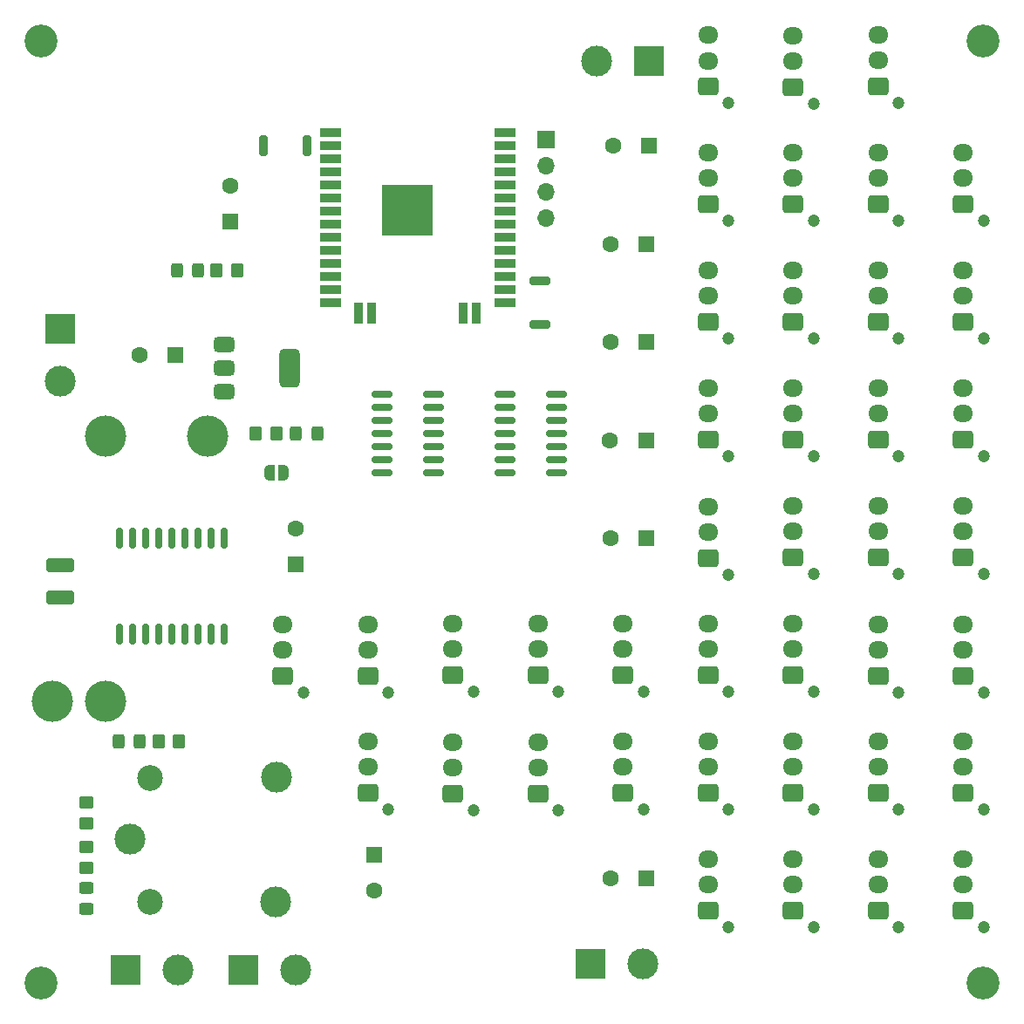
<source format=gbr>
%TF.GenerationSoftware,KiCad,Pcbnew,8.0.9*%
%TF.CreationDate,2025-02-25T22:51:42+01:00*%
%TF.ProjectId,WLED Controller,574c4544-2043-46f6-9e74-726f6c6c6572,rev?*%
%TF.SameCoordinates,Original*%
%TF.FileFunction,Soldermask,Top*%
%TF.FilePolarity,Negative*%
%FSLAX46Y46*%
G04 Gerber Fmt 4.6, Leading zero omitted, Abs format (unit mm)*
G04 Created by KiCad (PCBNEW 8.0.9) date 2025-02-25 22:51:42*
%MOMM*%
%LPD*%
G01*
G04 APERTURE LIST*
G04 Aperture macros list*
%AMRoundRect*
0 Rectangle with rounded corners*
0 $1 Rounding radius*
0 $2 $3 $4 $5 $6 $7 $8 $9 X,Y pos of 4 corners*
0 Add a 4 corners polygon primitive as box body*
4,1,4,$2,$3,$4,$5,$6,$7,$8,$9,$2,$3,0*
0 Add four circle primitives for the rounded corners*
1,1,$1+$1,$2,$3*
1,1,$1+$1,$4,$5*
1,1,$1+$1,$6,$7*
1,1,$1+$1,$8,$9*
0 Add four rect primitives between the rounded corners*
20,1,$1+$1,$2,$3,$4,$5,0*
20,1,$1+$1,$4,$5,$6,$7,0*
20,1,$1+$1,$6,$7,$8,$9,0*
20,1,$1+$1,$8,$9,$2,$3,0*%
%AMFreePoly0*
4,1,19,0.500000,-0.750000,0.000000,-0.750000,0.000000,-0.744911,-0.071157,-0.744911,-0.207708,-0.704816,-0.327430,-0.627875,-0.420627,-0.520320,-0.479746,-0.390866,-0.500000,-0.250000,-0.500000,0.250000,-0.479746,0.390866,-0.420627,0.520320,-0.327430,0.627875,-0.207708,0.704816,-0.071157,0.744911,0.000000,0.744911,0.000000,0.750000,0.500000,0.750000,0.500000,-0.750000,0.500000,-0.750000,
$1*%
%AMFreePoly1*
4,1,19,0.000000,0.744911,0.071157,0.744911,0.207708,0.704816,0.327430,0.627875,0.420627,0.520320,0.479746,0.390866,0.500000,0.250000,0.500000,-0.250000,0.479746,-0.390866,0.420627,-0.520320,0.327430,-0.627875,0.207708,-0.704816,0.071157,-0.744911,0.000000,-0.744911,0.000000,-0.750000,-0.500000,-0.750000,-0.500000,0.750000,0.000000,0.750000,0.000000,0.744911,0.000000,0.744911,
$1*%
G04 Aperture macros list end*
%ADD10R,2.000000X0.900000*%
%ADD11R,0.900000X2.000000*%
%ADD12R,5.000000X5.000000*%
%ADD13C,4.000000*%
%ADD14C,1.200000*%
%ADD15RoundRect,0.250000X0.725000X-0.600000X0.725000X0.600000X-0.725000X0.600000X-0.725000X-0.600000X0*%
%ADD16O,1.950000X1.700000*%
%ADD17RoundRect,0.150000X-0.150000X0.875000X-0.150000X-0.875000X0.150000X-0.875000X0.150000X0.875000X0*%
%ADD18RoundRect,0.250000X-0.325000X-0.450000X0.325000X-0.450000X0.325000X0.450000X-0.325000X0.450000X0*%
%ADD19R,1.600000X1.600000*%
%ADD20C,1.600000*%
%ADD21RoundRect,0.250000X0.350000X0.450000X-0.350000X0.450000X-0.350000X-0.450000X0.350000X-0.450000X0*%
%ADD22FreePoly0,180.000000*%
%ADD23FreePoly1,180.000000*%
%ADD24C,3.200000*%
%ADD25RoundRect,0.200000X-0.200000X-0.800000X0.200000X-0.800000X0.200000X0.800000X-0.200000X0.800000X0*%
%ADD26R,1.700000X1.700000*%
%ADD27O,1.700000X1.700000*%
%ADD28RoundRect,0.150000X-0.825000X-0.150000X0.825000X-0.150000X0.825000X0.150000X-0.825000X0.150000X0*%
%ADD29RoundRect,0.250000X0.450000X-0.325000X0.450000X0.325000X-0.450000X0.325000X-0.450000X-0.325000X0*%
%ADD30R,3.000000X3.000000*%
%ADD31C,3.000000*%
%ADD32RoundRect,0.375000X-0.625000X-0.375000X0.625000X-0.375000X0.625000X0.375000X-0.625000X0.375000X0*%
%ADD33RoundRect,0.500000X-0.500000X-1.400000X0.500000X-1.400000X0.500000X1.400000X-0.500000X1.400000X0*%
%ADD34RoundRect,0.250000X-0.350000X-0.450000X0.350000X-0.450000X0.350000X0.450000X-0.350000X0.450000X0*%
%ADD35RoundRect,0.250000X0.325000X0.450000X-0.325000X0.450000X-0.325000X-0.450000X0.325000X-0.450000X0*%
%ADD36RoundRect,0.200000X-0.800000X0.200000X-0.800000X-0.200000X0.800000X-0.200000X0.800000X0.200000X0*%
%ADD37RoundRect,0.250000X0.450000X-0.350000X0.450000X0.350000X-0.450000X0.350000X-0.450000X-0.350000X0*%
%ADD38RoundRect,0.250000X-1.100000X0.412500X-1.100000X-0.412500X1.100000X-0.412500X1.100000X0.412500X0*%
%ADD39C,2.500000*%
G04 APERTURE END LIST*
D10*
%TO.C,U1*%
X52215000Y-33020000D03*
X52215000Y-34290000D03*
X52215000Y-35560000D03*
X52215000Y-36830000D03*
X52215000Y-38100000D03*
X52215000Y-39370000D03*
X52215000Y-40640000D03*
X52215000Y-41910000D03*
X52215000Y-43180000D03*
X52215000Y-44450000D03*
X52215000Y-45720000D03*
X52215000Y-46990000D03*
X52215000Y-48260000D03*
X52215000Y-49530000D03*
D11*
X55000000Y-50530000D03*
X56270000Y-50530000D03*
X65160000Y-50530000D03*
X66430000Y-50530000D03*
D10*
X69215000Y-49530000D03*
X69215000Y-48260000D03*
X69215000Y-46990000D03*
X69215000Y-45720000D03*
X69215000Y-44450000D03*
X69215000Y-43180000D03*
X69215000Y-41910000D03*
X69215000Y-40640000D03*
X69215000Y-39370000D03*
X69215000Y-38100000D03*
X69215000Y-36830000D03*
X69215000Y-35560000D03*
X69215000Y-34290000D03*
X69215000Y-33020000D03*
D12*
X59715000Y-40520000D03*
%TD*%
D13*
%TO.C,U4*%
X30440300Y-88228500D03*
X25258700Y-88228500D03*
X30389500Y-62447500D03*
X40346300Y-62447500D03*
%TD*%
D14*
%TO.C,J18*%
X90900000Y-87245000D03*
D15*
X88900000Y-85645000D03*
D16*
X88900000Y-83145000D03*
X88900000Y-80645000D03*
%TD*%
D14*
%TO.C,J26*%
X99155000Y-98675000D03*
D15*
X97155000Y-97075000D03*
D16*
X97155000Y-94575000D03*
X97155000Y-92075000D03*
%TD*%
D14*
%TO.C,J15*%
X66135000Y-87245000D03*
D15*
X64135000Y-85645000D03*
D16*
X64135000Y-83145000D03*
X64135000Y-80645000D03*
%TD*%
D17*
%TO.C,U2*%
X41910000Y-72390000D03*
X40640000Y-72390000D03*
X39370000Y-72390000D03*
X38100000Y-72390000D03*
X36830000Y-72390000D03*
X35560000Y-72390000D03*
X34290000Y-72390000D03*
X33020000Y-72390000D03*
X31750000Y-72390000D03*
X31750000Y-81690000D03*
X33020000Y-81690000D03*
X34290000Y-81690000D03*
X35560000Y-81690000D03*
X36830000Y-81690000D03*
X38100000Y-81690000D03*
X39370000Y-81690000D03*
X40640000Y-81690000D03*
X41910000Y-81690000D03*
%TD*%
D18*
%TO.C,D2*%
X37345000Y-46355000D03*
X39395000Y-46355000D03*
%TD*%
D19*
%TO.C,C9*%
X82932651Y-72390000D03*
D20*
X79432651Y-72390000D03*
%TD*%
D14*
%TO.C,J44*%
X99155000Y-30175000D03*
D15*
X97155000Y-28575000D03*
D16*
X97155000Y-26075000D03*
X97155000Y-23575000D03*
%TD*%
D14*
%TO.C,J20*%
X107410000Y-87325000D03*
D15*
X105410000Y-85725000D03*
D16*
X105410000Y-83225000D03*
X105410000Y-80725000D03*
%TD*%
D21*
%TO.C,R3*%
X46990000Y-62230000D03*
X44990000Y-62230000D03*
%TD*%
D14*
%TO.C,J39*%
X107410000Y-52955000D03*
D15*
X105410000Y-51355000D03*
D16*
X105410000Y-48855000D03*
X105410000Y-46355000D03*
%TD*%
D22*
%TO.C,JP1*%
X47640000Y-66040000D03*
D23*
X46340000Y-66040000D03*
%TD*%
D14*
%TO.C,J14*%
X57880000Y-87325000D03*
D15*
X55880000Y-85725000D03*
D16*
X55880000Y-83225000D03*
X55880000Y-80725000D03*
%TD*%
D14*
%TO.C,J36*%
X107410000Y-64385000D03*
D15*
X105410000Y-62785000D03*
D16*
X105410000Y-60285000D03*
X105410000Y-57785000D03*
%TD*%
D14*
%TO.C,J24*%
X115665000Y-75815000D03*
D15*
X113665000Y-74215000D03*
D16*
X113665000Y-71715000D03*
X113665000Y-69215000D03*
%TD*%
D14*
%TO.C,J8*%
X49625000Y-87325000D03*
D15*
X47625000Y-85725000D03*
D16*
X47625000Y-83225000D03*
X47625000Y-80725000D03*
%TD*%
D14*
%TO.C,J31*%
X115665000Y-110105000D03*
D15*
X113665000Y-108505000D03*
D16*
X113665000Y-106005000D03*
X113665000Y-103505000D03*
%TD*%
D14*
%TO.C,J22*%
X99155000Y-75815000D03*
D15*
X97155000Y-74215000D03*
D16*
X97155000Y-71715000D03*
X97155000Y-69215000D03*
%TD*%
D24*
%TO.C,H4*%
X115570000Y-115570000D03*
%TD*%
D25*
%TO.C,SW1*%
X45730000Y-34260000D03*
X49930000Y-34260000D03*
%TD*%
D14*
%TO.C,J42*%
X107410000Y-41525000D03*
D15*
X105410000Y-39925000D03*
D16*
X105410000Y-37425000D03*
X105410000Y-34925000D03*
%TD*%
D14*
%TO.C,J32*%
X99155000Y-110105000D03*
D15*
X97155000Y-108505000D03*
D16*
X97155000Y-106005000D03*
X97155000Y-103505000D03*
%TD*%
D24*
%TO.C,H3*%
X24130000Y-115570000D03*
%TD*%
D26*
%TO.C,J1*%
X73170000Y-33665000D03*
D27*
X73170000Y-36205000D03*
X73170000Y-38745000D03*
X73170000Y-41285000D03*
%TD*%
D14*
%TO.C,J9*%
X90900000Y-75895000D03*
D15*
X88900000Y-74295000D03*
D16*
X88900000Y-71795000D03*
X88900000Y-69295000D03*
%TD*%
D14*
%TO.C,J12*%
X90900000Y-41525000D03*
D15*
X88900000Y-39925000D03*
D16*
X88900000Y-37425000D03*
X88900000Y-34925000D03*
%TD*%
D28*
%TO.C,U6*%
X69215000Y-58420000D03*
X69215000Y-59690000D03*
X69215000Y-60960000D03*
X69215000Y-62230000D03*
X69215000Y-63500000D03*
X69215000Y-64770000D03*
X69215000Y-66040000D03*
X74165000Y-66040000D03*
X74165000Y-64770000D03*
X74165000Y-63500000D03*
X74165000Y-62230000D03*
X74165000Y-60960000D03*
X74165000Y-59690000D03*
X74165000Y-58420000D03*
%TD*%
D14*
%TO.C,J16*%
X74390000Y-87245000D03*
D15*
X72390000Y-85645000D03*
D16*
X72390000Y-83145000D03*
X72390000Y-80645000D03*
%TD*%
D29*
%TO.C,D3*%
X28575000Y-108340000D03*
X28575000Y-106290000D03*
%TD*%
D30*
%TO.C,J5*%
X77470000Y-113665000D03*
D31*
X82550000Y-113665000D03*
%TD*%
D14*
%TO.C,J23*%
X107410000Y-75815000D03*
D15*
X105410000Y-74215000D03*
D16*
X105410000Y-71715000D03*
X105410000Y-69215000D03*
%TD*%
D30*
%TO.C,J46*%
X83185000Y-26035000D03*
D31*
X78105000Y-26035000D03*
%TD*%
D32*
%TO.C,U3*%
X41935000Y-53580000D03*
X41935000Y-55880000D03*
D33*
X48235000Y-55880000D03*
D32*
X41935000Y-58180000D03*
%TD*%
D14*
%TO.C,J7*%
X57880000Y-98675000D03*
D15*
X55880000Y-97075000D03*
D16*
X55880000Y-94575000D03*
X55880000Y-92075000D03*
%TD*%
D14*
%TO.C,J33*%
X107410000Y-110105000D03*
D15*
X105410000Y-108505000D03*
D16*
X105410000Y-106005000D03*
X105410000Y-103505000D03*
%TD*%
D14*
%TO.C,J34*%
X82645000Y-98675000D03*
D15*
X80645000Y-97075000D03*
D16*
X80645000Y-94575000D03*
X80645000Y-92075000D03*
%TD*%
D14*
%TO.C,J35*%
X99155000Y-64385000D03*
D15*
X97155000Y-62785000D03*
D16*
X97155000Y-60285000D03*
X97155000Y-57785000D03*
%TD*%
D14*
%TO.C,J25*%
X90900000Y-98675000D03*
D15*
X88900000Y-97075000D03*
D16*
X88900000Y-94575000D03*
X88900000Y-92075000D03*
%TD*%
D24*
%TO.C,H2*%
X115570000Y-24130000D03*
%TD*%
D19*
%TO.C,C1*%
X37212651Y-54610000D03*
D20*
X33712651Y-54610000D03*
%TD*%
D19*
%TO.C,C5*%
X83185000Y-34290000D03*
D20*
X79685000Y-34290000D03*
%TD*%
D14*
%TO.C,J41*%
X99155000Y-41525000D03*
D15*
X97155000Y-39925000D03*
D16*
X97155000Y-37425000D03*
X97155000Y-34925000D03*
%TD*%
D14*
%TO.C,J19*%
X99155000Y-87245000D03*
D15*
X97155000Y-85645000D03*
D16*
X97155000Y-83145000D03*
X97155000Y-80645000D03*
%TD*%
D14*
%TO.C,J21*%
X115665000Y-87325000D03*
D15*
X113665000Y-85725000D03*
D16*
X113665000Y-83225000D03*
X113665000Y-80725000D03*
%TD*%
D30*
%TO.C,J4*%
X26035000Y-52070000D03*
D31*
X26035000Y-57150000D03*
%TD*%
D30*
%TO.C,J3*%
X32385000Y-114300000D03*
D31*
X37465000Y-114300000D03*
%TD*%
D19*
%TO.C,C2*%
X42545000Y-41657651D03*
D20*
X42545000Y-38157651D03*
%TD*%
D14*
%TO.C,J10*%
X90900000Y-64385000D03*
D15*
X88900000Y-62785000D03*
D16*
X88900000Y-60285000D03*
X88900000Y-57785000D03*
%TD*%
D19*
%TO.C,C8*%
X82932651Y-53340000D03*
D20*
X79432651Y-53340000D03*
%TD*%
D14*
%TO.C,J38*%
X99155000Y-52955000D03*
D15*
X97155000Y-51355000D03*
D16*
X97155000Y-48855000D03*
X97155000Y-46355000D03*
%TD*%
D19*
%TO.C,C6*%
X82932651Y-43815000D03*
D20*
X79432651Y-43815000D03*
%TD*%
D14*
%TO.C,J11*%
X90900000Y-52955000D03*
D15*
X88900000Y-51355000D03*
D16*
X88900000Y-48855000D03*
X88900000Y-46355000D03*
%TD*%
D14*
%TO.C,J27*%
X107410000Y-98675000D03*
D15*
X105410000Y-97075000D03*
D16*
X105410000Y-94575000D03*
X105410000Y-92075000D03*
%TD*%
D19*
%TO.C,C11*%
X56515000Y-103122349D03*
D20*
X56515000Y-106622349D03*
%TD*%
D14*
%TO.C,J45*%
X107410000Y-30095000D03*
D15*
X105410000Y-28495000D03*
D16*
X105410000Y-25995000D03*
X105410000Y-23495000D03*
%TD*%
D34*
%TO.C,R7*%
X35560000Y-92075000D03*
X37560000Y-92075000D03*
%TD*%
D35*
%TO.C,D1*%
X50945000Y-62230000D03*
X48895000Y-62230000D03*
%TD*%
D24*
%TO.C,H1*%
X24130000Y-24130000D03*
%TD*%
D28*
%TO.C,U5*%
X57280000Y-58420000D03*
X57280000Y-59690000D03*
X57280000Y-60960000D03*
X57280000Y-62230000D03*
X57280000Y-63500000D03*
X57280000Y-64770000D03*
X57280000Y-66040000D03*
X62230000Y-66040000D03*
X62230000Y-64770000D03*
X62230000Y-63500000D03*
X62230000Y-62230000D03*
X62230000Y-60960000D03*
X62230000Y-59690000D03*
X62230000Y-58420000D03*
%TD*%
D36*
%TO.C,SW2*%
X72535000Y-47430000D03*
X72535000Y-51630000D03*
%TD*%
D18*
%TO.C,D4*%
X31700000Y-92075000D03*
X33750000Y-92075000D03*
%TD*%
D37*
%TO.C,R5*%
X28575000Y-104385000D03*
X28575000Y-102385000D03*
%TD*%
D14*
%TO.C,J29*%
X66135000Y-98755000D03*
D15*
X64135000Y-97155000D03*
D16*
X64135000Y-94655000D03*
X64135000Y-92155000D03*
%TD*%
D14*
%TO.C,J6*%
X90900000Y-110105000D03*
D15*
X88900000Y-108505000D03*
D16*
X88900000Y-106005000D03*
X88900000Y-103505000D03*
%TD*%
D14*
%TO.C,J17*%
X82645000Y-87245000D03*
D15*
X80645000Y-85645000D03*
D16*
X80645000Y-83145000D03*
X80645000Y-80645000D03*
%TD*%
D30*
%TO.C,J2*%
X43815000Y-114300000D03*
D31*
X48895000Y-114300000D03*
%TD*%
D14*
%TO.C,J30*%
X74390000Y-98755000D03*
D15*
X72390000Y-97155000D03*
D16*
X72390000Y-94655000D03*
X72390000Y-92155000D03*
%TD*%
D14*
%TO.C,J37*%
X115665000Y-64385000D03*
D15*
X113665000Y-62785000D03*
D16*
X113665000Y-60285000D03*
X113665000Y-57785000D03*
%TD*%
D14*
%TO.C,J28*%
X115665000Y-98675000D03*
D15*
X113665000Y-97075000D03*
D16*
X113665000Y-94575000D03*
X113665000Y-92075000D03*
%TD*%
D14*
%TO.C,J40*%
X115665000Y-52955000D03*
D15*
X113665000Y-51355000D03*
D16*
X113665000Y-48855000D03*
X113665000Y-46355000D03*
%TD*%
D14*
%TO.C,J13*%
X90900000Y-30135000D03*
D15*
X88900000Y-28535000D03*
D16*
X88900000Y-26035000D03*
X88900000Y-23535000D03*
%TD*%
D19*
%TO.C,C10*%
X82932651Y-105410000D03*
D20*
X79432651Y-105410000D03*
%TD*%
D14*
%TO.C,J43*%
X115665000Y-41525000D03*
D15*
X113665000Y-39925000D03*
D16*
X113665000Y-37425000D03*
X113665000Y-34925000D03*
%TD*%
D37*
%TO.C,R6*%
X28575000Y-100035000D03*
X28575000Y-98035000D03*
%TD*%
D38*
%TO.C,C4*%
X26035000Y-74980000D03*
X26035000Y-78105000D03*
%TD*%
D34*
%TO.C,R4*%
X41180000Y-46355000D03*
X43180000Y-46355000D03*
%TD*%
D19*
%TO.C,C12*%
X48895000Y-74930000D03*
D20*
X48895000Y-71430000D03*
%TD*%
D31*
%TO.C,K1*%
X32775000Y-101600000D03*
D39*
X34725000Y-107650000D03*
D31*
X46925000Y-107650000D03*
X46975000Y-95600000D03*
D39*
X34725000Y-95650000D03*
%TD*%
D19*
%TO.C,C7*%
X82875000Y-62865000D03*
D20*
X79375000Y-62865000D03*
%TD*%
M02*

</source>
